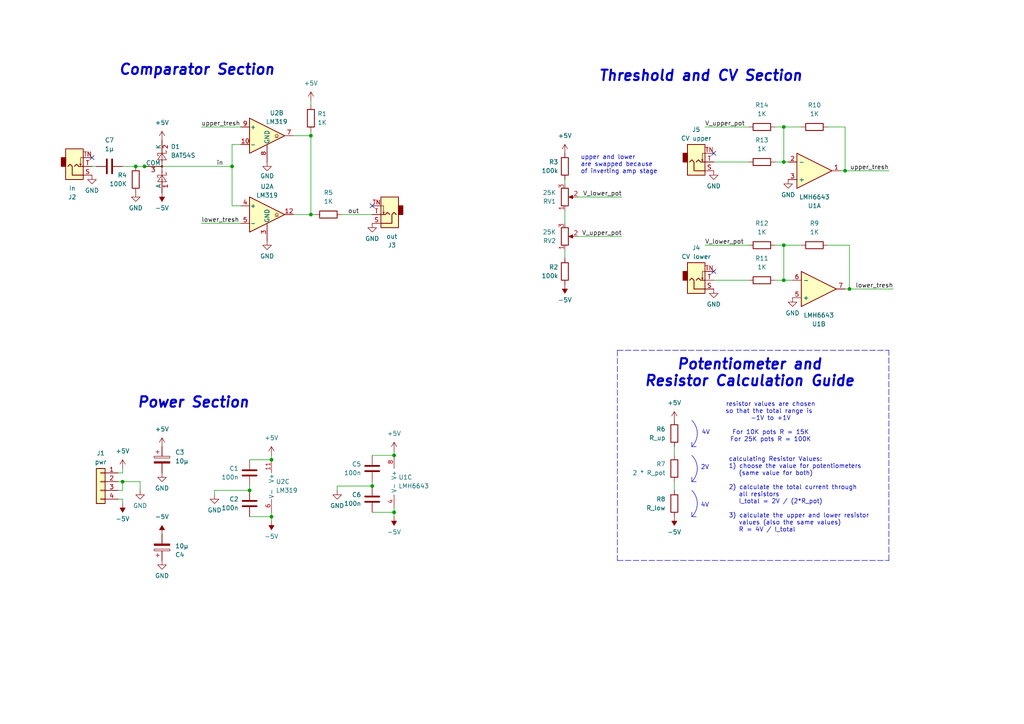
<source format=kicad_sch>
(kicad_sch (version 20250114) (generator "eeschema") (generator_version "9.0")
  (paper "A4")
  (lib_symbols
    (symbol "Comparator:LM319" (pin_names (offset 0.127))
      (property "Reference" "U" (at 0 6.35 0))
      (property "Value" "LM319" (at 0 3.81 0))
      (symbol "LM319_1_1"
        (polyline (pts (xy -5.08 5.08) (xy 5.08 0) (xy -5.08 -5.08) (xy -5.08 5.08) (xy -5.08 5.08)) (stroke (width 0.254)) (fill (type background)))
        (polyline (pts (xy 2.286 -0.508) (xy 2.794 -0.508) (xy 2.286 0) (xy 2.794 0.508) (xy 3.302 0) (xy 2.794 -0.508) (xy 3.302 -0.508)) (stroke (width 0.127)))
        (pin input line (at -7.62 2.54 0) (length 2.54) (name "+") (number "4"))
        (pin input line (at -7.62 -2.54 0) (length 2.54) (name "-") (number "5"))
        (pin no_connect line (at 0 2.54 270) (length 2.54) (hide yes) (name "NC") (number "2"))
        (pin no_connect line (at 0 -2.54 90) (length 2.54) (hide yes) (name "NC") (number "1"))
        (pin passive line (at 0 -7.62 90) (length 5.08) (name "GND") (number "3"))
        (pin open_collector line (at 7.62 0 180) (length 2.54) (name "~") (number "12"))
      )
      (symbol "LM319_2_1"
        (polyline (pts (xy -5.08 5.08) (xy 5.08 0) (xy -5.08 -5.08) (xy -5.08 5.08) (xy -5.08 5.08)) (stroke (width 0.254)) (fill (type background)))
        (polyline (pts (xy 3.302 -0.508) (xy 2.794 -0.508) (xy 3.302 0) (xy 2.794 0.508) (xy 2.286 0) (xy 2.794 -0.508) (xy 2.286 -0.508)) (stroke (width 0.127)))
        (pin input line (at -7.62 2.54 0) (length 2.54) (name "+") (number "9"))
        (pin input line (at -7.62 -2.54 0) (length 2.54) (name "-") (number "10"))
        (pin no_connect line (at 0 2.54 270) (length 2.54) (hide yes) (name "NC") (number "14"))
        (pin no_connect line (at 0 -2.54 90) (length 2.54) (hide yes) (name "NC") (number "13"))
        (pin passive line (at 0 -7.62 90) (length 5.08) (name "GND") (number "8"))
        (pin open_collector line (at 7.62 0 180) (length 2.54) (name "~") (number "7"))
      )
      (symbol "LM319_3_1"
        (pin power_in line (at -2.54 7.62 270) (length 3.81) (name "V+") (number "11"))
        (pin power_in line (at -2.54 -7.62 90) (length 3.81) (name "V-") (number "6"))
      )
    )
    (symbol "Connector_Audio:AudioJack2_SwitchT"
      (property "Reference" "J" (at 0 8.89 0))
      (property "Value" "AudioJack2_SwitchT" (at 0 6.35 0))
      (symbol "AudioJack2_SwitchT_0_1"
        (rectangle (start -2.54 0) (end -3.81 -2.54) (stroke (width 0.254)) (fill (type outline)))
        (polyline (pts (xy 0 0) (xy 0.635 -0.635) (xy 1.27 0) (xy 2.54 0)) (stroke (width 0.254)))
        (polyline (pts (xy 1.778 -0.254) (xy 2.032 -0.762)))
        (rectangle (start 2.54 3.81) (end -2.54 -5.08) (stroke (width 0.254)) (fill (type background)))
        (polyline (pts (xy 2.54 2.54) (xy -0.635 2.54) (xy -0.635 0) (xy -1.27 -0.635) (xy -1.905 0)) (stroke (width 0.254)))
        (polyline (pts (xy 2.54 -2.54) (xy 1.778 -2.54) (xy 1.778 -0.254) (xy 1.524 -0.762)))
      )
      (symbol "AudioJack2_SwitchT_1_1"
        (pin passive line (at 5.08 2.54 180) (length 2.54) (name "~") (number "S"))
        (pin passive line (at 5.08 0 180) (length 2.54) (name "~") (number "T"))
        (pin passive line (at 5.08 -2.54 180) (length 2.54) (name "~") (number "TN"))
      )
    )
    (symbol "Connector_Generic:Conn_01x04" (pin_names (offset 1.016) (hide yes))
      (property "Reference" "J" (at 0 5.08 0))
      (property "Value" "Conn_01x04" (at 0 -7.62 0))
      (symbol "Conn_01x04_1_1"
        (rectangle (start -1.27 3.81) (end 1.27 -6.35) (stroke (width 0.254)) (fill (type background)))
        (rectangle (start -1.27 2.667) (end 0 2.413) (stroke (width 0.1524)))
        (rectangle (start -1.27 0.127) (end 0 -0.127) (stroke (width 0.1524)))
        (rectangle (start -1.27 -2.413) (end 0 -2.667) (stroke (width 0.1524)))
        (rectangle (start -1.27 -4.953) (end 0 -5.207) (stroke (width 0.1524)))
        (pin passive line (at -5.08 2.54 0) (length 3.81) (name "Pin_1") (number "1"))
        (pin passive line (at -5.08 0 0) (length 3.81) (name "Pin_2") (number "2"))
        (pin passive line (at -5.08 -2.54 0) (length 3.81) (name "Pin_3") (number "3"))
        (pin passive line (at -5.08 -5.08 0) (length 3.81) (name "Pin_4") (number "4"))
      )
    )
    (symbol "Device:C" (pin_numbers (hide yes)) (pin_names (offset 0.254))
      (property "Reference" "C" (at 0.635 2.54 0))
      (property "Value" "C" (at 0.635 -2.54 0))
      (symbol "C_0_1"
        (polyline (pts (xy -2.032 0.762) (xy 2.032 0.762)) (stroke (width 0.508)))
        (polyline (pts (xy -2.032 -0.762) (xy 2.032 -0.762)) (stroke (width 0.508)))
      )
      (symbol "C_1_1"
        (pin passive line (at 0 3.81 270) (length 2.794) (name "~") (number "1"))
        (pin passive line (at 0 -3.81 90) (length 2.794) (name "~") (number "2"))
      )
    )
    (symbol "Device:C_Polarized" (pin_numbers (hide yes)) (pin_names (offset 0.254))
      (property "Reference" "C" (at 0.635 2.54 0))
      (property "Value" "C_Polarized" (at 0.635 -2.54 0))
      (symbol "C_Polarized_0_1"
        (rectangle (start -2.286 0.508) (end 2.286 1.016))
        (polyline (pts (xy -1.778 2.286) (xy -0.762 2.286)))
        (polyline (pts (xy -1.27 2.794) (xy -1.27 1.778)))
        (rectangle (start 2.286 -0.508) (end -2.286 -1.016) (fill (type outline)))
      )
      (symbol "C_Polarized_1_1"
        (pin passive line (at 0 3.81 270) (length 2.794) (name "~") (number "1"))
        (pin passive line (at 0 -3.81 90) (length 2.794) (name "~") (number "2"))
      )
    )
    (symbol "Device:Opamp_Dual"
      (property "Reference" "U" (at 0 5.08 0))
      (property "Value" "Opamp_Dual" (at 0 -5.08 0))
      (symbol "Opamp_Dual_1_1"
        (polyline (pts (xy -5.08 5.08) (xy 5.08 0) (xy -5.08 -5.08) (xy -5.08 5.08)) (stroke (width 0.254)) (fill (type background)))
        (pin input line (at -7.62 2.54 0) (length 2.54) (name "+") (number "3"))
        (pin input line (at -7.62 -2.54 0) (length 2.54) (name "-") (number "2"))
        (pin output line (at 7.62 0 180) (length 2.54) (name "~") (number "1"))
      )
      (symbol "Opamp_Dual_2_1"
        (polyline (pts (xy -5.08 5.08) (xy 5.08 0) (xy -5.08 -5.08) (xy -5.08 5.08)) (stroke (width 0.254)) (fill (type background)))
        (pin input line (at -7.62 2.54 0) (length 2.54) (name "+") (number "5"))
        (pin input line (at -7.62 -2.54 0) (length 2.54) (name "-") (number "6"))
        (pin output line (at 7.62 0 180) (length 2.54) (name "~") (number "7"))
      )
      (symbol "Opamp_Dual_3_1"
        (pin power_in line (at -2.54 7.62 270) (length 3.81) (name "V+") (number "8"))
        (pin power_in line (at -2.54 -7.62 90) (length 3.81) (name "V-") (number "4"))
      )
    )
    (symbol "Device:R" (pin_numbers (hide yes)) (pin_names (offset 0))
      (property "Reference" "R" (at 2.032 0 90))
      (property "Value" "R" (at 0 0 90))
      (symbol "R_0_1"
        (rectangle (start -1.016 -2.54) (end 1.016 2.54) (stroke (width 0.254)))
      )
      (symbol "R_1_1"
        (pin passive line (at 0 3.81 270) (length 1.27) (name "~") (number "1"))
        (pin passive line (at 0 -3.81 90) (length 1.27) (name "~") (number "2"))
      )
    )
    (symbol "Device:R_Potentiometer" (pin_names (offset 1.016) (hide yes))
      (property "Reference" "RV" (at -4.445 0 90))
      (property "Value" "R_Potentiometer" (at -2.54 0 90))
      (symbol "R_Potentiometer_0_1"
        (rectangle (start 1.016 2.54) (end -1.016 -2.54) (stroke (width 0.254)))
        (polyline (pts (xy 1.143 0) (xy 2.286 0.508) (xy 2.286 -0.508) (xy 1.143 0)) (fill (type outline)))
        (polyline (pts (xy 2.54 0) (xy 1.524 0)))
      )
      (symbol "R_Potentiometer_1_1"
        (pin passive line (at 0 3.81 270) (length 1.27) (name "1") (number "1"))
        (pin passive line (at 0 -3.81 90) (length 1.27) (name "3") (number "3"))
        (pin passive line (at 3.81 0 180) (length 1.27) (name "2") (number "2"))
      )
    )
    (symbol "Diode:BAT54S" (pin_names (offset 0))
      (property "Reference" "D" (at 2.54 -5.08 0))
      (property "Value" "BAT54S" (at -6.35 3.175 0))
      (symbol "BAT54S_0_1"
        (polyline (pts (xy -4.445 1.27) (xy -4.445 -1.27) (xy -2.54 0) (xy -4.445 1.27)))
        (polyline (pts (xy -3.81 0) (xy -1.27 0)))
        (polyline (pts (xy -3.175 -1.27) (xy -3.175 -1.016)))
        (polyline (pts (xy -2.54 1.27) (xy -1.905 1.27)))
        (polyline (pts (xy -2.54 -1.27) (xy -3.175 -1.27)))
        (polyline (pts (xy -2.54 -1.27) (xy -2.54 1.27)))
        (polyline (pts (xy -1.905 1.27) (xy -1.905 1.016)))
        (polyline (pts (xy -1.905 0) (xy 1.905 0)))
        (circle (center 0 0) (radius 0.254) (fill (type outline)))
        (polyline (pts (xy 1.27 0) (xy 3.81 0)))
        (polyline (pts (xy 1.905 1.27) (xy 1.905 -1.27) (xy 3.81 0) (xy 1.905 1.27)))
        (polyline (pts (xy 3.175 -1.27) (xy 3.175 -1.016)))
        (polyline (pts (xy 3.81 1.27) (xy 4.445 1.27)))
        (polyline (pts (xy 3.81 -1.27) (xy 3.175 -1.27)))
        (polyline (pts (xy 3.81 -1.27) (xy 3.81 1.27)))
        (polyline (pts (xy 4.445 1.27) (xy 4.445 1.016)))
      )
      (symbol "BAT54S_1_1"
        (pin passive line (at -7.62 0 0) (length 3.81) (name "A") (number "1"))
        (pin passive line (at 0 -5.08 90) (length 5.08) (name "COM") (number "3"))
        (pin passive line (at 7.62 0 180) (length 3.81) (name "K") (number "2"))
      )
    )
    (symbol "power:+5V" (power) (pin_names (offset 0))
      (property "Value" "+5V" (at 0 3.556 0))
      (symbol "+5V_0_1"
        (polyline (pts (xy -0.762 1.27) (xy 0 2.54)))
        (polyline (pts (xy 0 2.54) (xy 0.762 1.27)))
        (polyline (pts (xy 0 0) (xy 0 2.54)))
      )
      (symbol "+5V_1_1"
        (pin power_in line (at 0 0 90) (length 0) (hide yes) (name "+5V") (number "1"))
      )
    )
    (symbol "power:-5V" (power) (pin_names (offset 0))
      (property "Value" "-5V" (at 0 3.81 0))
      (symbol "-5V_0_0"
        (pin power_in line (at 0 0 90) (length 0) (hide yes) (name "-5V") (number "1"))
      )
      (symbol "-5V_0_1"
        (polyline (pts (xy 0 0) (xy 0 1.27) (xy 0.762 1.27) (xy 0 2.54) (xy -0.762 1.27) (xy 0 1.27)) (fill (type outline)))
      )
    )
    (symbol "power:GND" (power) (pin_names (offset 0))
      (property "Value" "GND" (at 0 -3.81 0))
      (symbol "GND_0_1"
        (polyline (pts (xy 0 0) (xy 0 -1.27) (xy 1.27 -1.27) (xy 0 -2.54) (xy -1.27 -1.27) (xy 0 -1.27)))
      )
      (symbol "GND_1_1"
        (pin power_in line (at 0 0 270) (length 0) (hide yes) (name "GND") (number "1"))
      )
    )
  )
  (arc (start 200.66 142.24) (mid 202.2382 146.05) (end 200.66 149.86))
  (arc (start 200.66 132.08) (mid 202.2382 135.89) (end 200.66 139.7))
  (arc (start 200.66 121.92) (mid 202.2382 125.73) (end 200.66 129.54))
  (text "2V" (at 204.47 135.636 0) (effects (font (size 1.27 1.27))))
  (text "calculating Resistor Values:\n1) choose the value for potentiometers \n   (same value for both)\n\n2) calculate the total current through \n   all resistors\n   I_total = 2V / (2*R_pot)\n\n3) calculate the upper and lower resistor \n   values (also the same values)\n   R = 4V / I_total" (at 211.328 143.51 0) (effects (font (size 1.27 1.27)) (justify left)))
  (text "Threshold and CV Section" (at 173.482 22.098 0) (effects (font (size 3 3) (thickness 0.6) (bold yes) (italic yes)) (justify left)))
  (text "4V" (at 204.724 125.476 0) (effects (font (size 1.27 1.27))))
  (text "Power Section" (at 39.624 116.84 0) (effects (font (size 3 3) (thickness 0.6) (bold yes) (italic yes)) (justify left)))
  (text "resistor values are chosen\nso that the total range is \n-1V to +1V\n\nFor 10K pots R = 15K\nFor 25K pots R = 100K" (at 223.52 122.428 0) (effects (font (size 1.27 1.27))))
  (text "Potentiometer and\nResistor Calculation Guide" (at 217.424 108.204 0) (effects (font (size 3 3) (thickness 0.6) (bold yes) (italic yes))))
  (text "Comparator Section" (at 34.29 20.32 0) (effects (font (size 3 3) (thickness 0.6) (bold yes) (italic yes)) (justify left)))
  (text "4V" (at 204.47 146.558 0) (effects (font (size 1.27 1.27))))
  (text "upper and lower\nare swapped because\nof inverting amp stage" (at 168.402 47.752 0) (effects (font (size 1.27 1.27) (thickness 0.1588)) (justify left)))
  (junction (at 227.33 71.12))
  (junction (at 114.3 132.08))
  (junction (at 35.56 139.7))
  (junction (at 114.3 148.59))
  (junction (at 107.95 140.97))
  (junction (at 78.74 133.35))
  (junction (at 39.37 48.26))
  (junction (at 67.31 48.26))
  (junction (at 72.39 142.24))
  (junction (at 246.38 83.82))
  (junction (at 41.91 48.26))
  (junction (at 227.33 81.28))
  (junction (at 90.17 62.23))
  (junction (at 245.11 49.53))
  (junction (at 78.74 149.86))
  (junction (at 227.33 46.99))
  (junction (at 227.33 36.83))
  (junction (at 90.17 39.37))
  (no_connect (at 207.01 78.74))
  (no_connect (at 107.95 59.69))
  (no_connect (at 207.01 44.45))
  (no_connect (at 26.67 45.72))
  (wire (pts (xy 107.95 148.59) (xy 114.3 148.59)))
  (wire (pts (xy 90.17 29.21) (xy 90.17 30.48)))
  (wire (pts (xy 39.37 48.26) (xy 41.91 48.26)))
  (wire (pts (xy 167.64 68.58) (xy 180.34 68.58)))
  (wire (pts (xy 245.11 83.82) (xy 246.38 83.82)))
  (wire (pts (xy 78.74 151.13) (xy 78.74 149.86)))
  (wire (pts (xy 227.33 71.12) (xy 232.41 71.12)))
  (wire (pts (xy 26.67 48.26) (xy 27.94 48.26)))
  (wire (pts (xy 97.79 140.97) (xy 97.79 142.24)))
  (wire (pts (xy 78.74 149.86) (xy 78.74 148.59)))
  (wire (pts (xy 78.74 132.08) (xy 78.74 133.35)))
  (wire (pts (xy 90.17 39.37) (xy 90.17 62.23)))
  (polyline (pts (xy 257.81 162.56) (xy 257.81 101.6)) (stroke (width 0) (type dash)))
  (wire (pts (xy 114.3 149.86) (xy 114.3 148.59)))
  (wire (pts (xy 67.31 48.26) (xy 67.31 41.91)))
  (wire (pts (xy 35.56 135.89) (xy 35.56 137.16)))
  (wire (pts (xy 224.79 81.28) (xy 227.33 81.28)))
  (wire (pts (xy 107.95 140.97) (xy 97.79 140.97)))
  (wire (pts (xy 217.17 36.83) (xy 204.47 36.83)))
  (wire (pts (xy 227.33 36.83) (xy 227.33 46.99)))
  (polyline (pts (xy 200.66 138.43) (xy 200.66 139.7)))
  (wire (pts (xy 35.56 137.16) (xy 34.29 137.16)))
  (wire (pts (xy 58.42 36.83) (xy 69.85 36.83)))
  (wire (pts (xy 224.79 46.99) (xy 227.33 46.99)))
  (wire (pts (xy 90.17 39.37) (xy 85.09 39.37)))
  (wire (pts (xy 34.29 142.24) (xy 35.56 142.24)))
  (wire (pts (xy 41.91 48.26) (xy 67.31 48.26)))
  (wire (pts (xy 245.11 36.83) (xy 245.11 49.53)))
  (wire (pts (xy 163.83 52.07) (xy 163.83 53.34)))
  (wire (pts (xy 195.58 129.54) (xy 195.58 132.08)))
  (polyline (pts (xy 200.66 128.27) (xy 200.66 129.54)))
  (wire (pts (xy 58.42 64.77) (xy 69.85 64.77)))
  (wire (pts (xy 72.39 142.24) (xy 62.23 142.24)))
  (wire (pts (xy 227.33 81.28) (xy 229.87 81.28)))
  (polyline (pts (xy 200.66 139.7) (xy 201.93 139.7)))
  (polyline (pts (xy 179.07 101.6) (xy 179.07 162.56)) (stroke (width 0) (type dash)))
  (wire (pts (xy 35.56 139.7) (xy 34.29 139.7)))
  (wire (pts (xy 195.58 139.7) (xy 195.58 142.24)))
  (wire (pts (xy 114.3 148.59) (xy 114.3 147.32)))
  (wire (pts (xy 207.01 46.99) (xy 217.17 46.99)))
  (polyline (pts (xy 200.66 129.54) (xy 201.93 129.54)))
  (wire (pts (xy 246.38 83.82) (xy 259.08 83.82)))
  (wire (pts (xy 35.56 146.05) (xy 35.56 144.78)))
  (wire (pts (xy 227.33 71.12) (xy 224.79 71.12)))
  (wire (pts (xy 40.64 142.24) (xy 40.64 139.7)))
  (wire (pts (xy 69.85 59.69) (xy 67.31 59.69)))
  (wire (pts (xy 67.31 48.26) (xy 67.31 59.69)))
  (wire (pts (xy 257.81 49.53) (xy 245.11 49.53)))
  (wire (pts (xy 62.23 142.24) (xy 62.23 143.51)))
  (wire (pts (xy 72.39 140.97) (xy 72.39 142.24)))
  (wire (pts (xy 245.11 49.53) (xy 243.84 49.53)))
  (wire (pts (xy 227.33 36.83) (xy 232.41 36.83)))
  (wire (pts (xy 85.09 62.23) (xy 90.17 62.23)))
  (wire (pts (xy 217.17 71.12) (xy 204.47 71.12)))
  (polyline (pts (xy 200.66 149.86) (xy 201.93 149.86)))
  (wire (pts (xy 40.64 139.7) (xy 35.56 139.7)))
  (wire (pts (xy 246.38 71.12) (xy 240.03 71.12)))
  (wire (pts (xy 207.01 81.28) (xy 217.17 81.28)))
  (wire (pts (xy 35.56 144.78) (xy 34.29 144.78)))
  (wire (pts (xy 227.33 46.99) (xy 228.6 46.99)))
  (wire (pts (xy 240.03 36.83) (xy 245.11 36.83)))
  (wire (pts (xy 227.33 36.83) (xy 224.79 36.83)))
  (wire (pts (xy 72.39 133.35) (xy 78.74 133.35)))
  (wire (pts (xy 107.95 132.08) (xy 114.3 132.08)))
  (wire (pts (xy 167.64 57.15) (xy 180.34 57.15)))
  (wire (pts (xy 107.95 139.7) (xy 107.95 140.97)))
  (polyline (pts (xy 179.07 162.56) (xy 257.81 162.56)) (stroke (width 0) (type dash)))
  (wire (pts (xy 163.83 72.39) (xy 163.83 74.93)))
  (wire (pts (xy 67.31 41.91) (xy 69.85 41.91)))
  (wire (pts (xy 90.17 62.23) (xy 91.44 62.23)))
  (wire (pts (xy 99.06 62.23) (xy 107.95 62.23)))
  (wire (pts (xy 246.38 83.82) (xy 246.38 71.12)))
  (wire (pts (xy 163.83 60.96) (xy 163.83 64.77)))
  (wire (pts (xy 114.3 130.81) (xy 114.3 132.08)))
  (wire (pts (xy 72.39 149.86) (xy 78.74 149.86)))
  (wire (pts (xy 227.33 81.28) (xy 227.33 71.12)))
  (wire (pts (xy 35.56 48.26) (xy 39.37 48.26)))
  (polyline (pts (xy 200.66 148.59) (xy 200.66 149.86)))
  (wire (pts (xy 90.17 38.1) (xy 90.17 39.37)))
  (wire (pts (xy 35.56 142.24) (xy 35.56 139.7)))
  (polyline (pts (xy 179.07 101.6) (xy 257.81 101.6)) (stroke (width 0) (type dash)))
  (label "upper_tresh" (at 257.81 49.53 180))
  (label "V_lower_pot" (at 204.47 71.12 0))
  (label "V_upper_pot" (at 204.47 36.83 0))
  (label "in" (at 64.77 48.26 180))
  (label "V_lower_pot" (at 180.34 57.15 180))
  (label "out" (at 104.14 62.23 180))
  (label "lower_tresh" (at 259.08 83.82 180))
  (label "V_upper_pot" (at 180.34 68.58 180))
  (label "upper_tresh" (at 58.42 36.83 0))
  (label "lower_tresh" (at 58.42 64.77 0))
  (symbol (lib_id "power:-5V") (at 46.99 55.88 180) (unit 1)
    (property "Reference" "#PWR015" (effects (hide yes)))
    (property "Value" "-5V" (at 46.99 60.325 0))
  )
  (symbol (lib_id "power:GND") (at 77.47 46.99 0) (unit 1)
    (property "Reference" "#PWR012" (effects (hide yes)))
    (property "Value" "GND" (at 77.47 51.054 0))
  )
  (symbol (lib_id "power:GND") (at 207.01 83.82 0) (unit 1)
    (property "Reference" "#PWR025" (effects (hide yes)))
    (property "Value" "GND" (at 207.01 88.265 0))
  )
  (symbol (lib_id "Connector_Audio:AudioJack2_SwitchT") (at 201.93 46.99 0) (mirror x) (unit 1)
    (property "Reference" "J5" (at 201.93 37.592 0))
    (property "Value" "CV upper" (at 201.93 40.132 0))
    (property "Footprint" "Connector_Audio:Jack_3.5mm_QingPu_WQP-PJ398SM_Vertical_CircularHoles" (effects (hide yes)))
  )
  (symbol (lib_id "power:GND") (at 97.79 142.24 0) (unit 1)
    (property "Reference" "#PWR020" (effects (hide yes)))
    (property "Value" "GND" (at 97.79 146.685 0))
  )
  (symbol (lib_id "Device:R") (at 236.22 71.12 90) (unit 1)
    (property "Reference" "R9" (at 236.22 64.77 90))
    (property "Value" "1K" (at 236.22 67.31 90))
    (property "Footprint" "Allgemein:R_0805" (effects (hide yes)))
    (property "Description" "Resistor" (effects (hide yes)))
  )
  (symbol (lib_id "power:-5V") (at 35.56 146.05 180) (unit 1)
    (property "Reference" "#PWR04" (effects (hide yes)))
    (property "Value" "-5V" (at 35.56 150.495 0))
  )
  (symbol (lib_id "Device:R") (at 220.98 71.12 90) (unit 1)
    (property "Reference" "R12" (at 220.98 64.77 90))
    (property "Value" "1K" (at 220.98 67.31 90))
    (property "Footprint" "Allgemein:R_0805" (effects (hide yes)))
    (property "Description" "Resistor" (effects (hide yes)))
  )
  (symbol (lib_id "power:+5V") (at 163.83 44.45 0) (unit 1)
    (property "Reference" "#PWR010" (effects (hide yes)))
    (property "Value" "+5V" (at 163.83 39.37 0))
  )
  (symbol (lib_id "Device:R") (at 195.58 146.05 0) (mirror y) (unit 1) (in_bom no) (on_board no)
    (property "Reference" "R8" (at 193.04 144.7799 0) (effects (justify left)))
    (property "Value" "R_low" (at 193.04 147.3199 0) (effects (justify left)))
    (property "Description" "Resistor" (effects (hide yes)))
  )
  (symbol (lib_id "power:+5V") (at 46.99 40.64 0) (unit 1)
    (property "Reference" "#PWR014" (effects (hide yes)))
    (property "Value" "+5V" (at 46.99 35.56 0))
  )
  (symbol (lib_id "Device:Opamp_Dual") (at 116.84 139.7 0) (unit 3)
    (property "Reference" "U1" (at 115.57 138.4299 0) (effects (justify left)))
    (property "Value" "LMH6643" (at 115.57 140.9699 0) (effects (justify left)))
    (property "Footprint" "Allgemein:SOIC-8_no_mark" (effects (hide yes)))
    (property "Description" "Dual operational amplifier" (effects (hide yes)))
    (property "Sim.Library" "${KICAD7_SYMBOL_DIR}/Simulation_SPICE.sp" (effects (hide yes)))
    (property "Sim.Name" "kicad_builtin_opamp_dual" (effects (hide yes)))
    (property "Sim.Device" "SUBCKT" (effects (hide yes)))
    (property "Sim.Pins" "1=out1 2=in1- 3=in1+ 4=vee 5=in2+ 6=in2- 7=out2 8=vcc" (effects (hide yes)))
  )
  (symbol (lib_id "power:-5V") (at 46.99 154.94 0) (unit 1)
    (property "Reference" "#PWR019" (effects (hide yes)))
    (property "Value" "-5V" (at 46.99 149.86 0))
  )
  (symbol (lib_id "Device:C") (at 72.39 146.05 0) (unit 1)
    (property "Reference" "C2" (at 69.215 144.78 0) (effects (justify right)))
    (property "Value" "100n" (at 69.215 147.32 0) (effects (justify right)))
    (property "Footprint" "Allgemein:C_0805" (effects (hide yes)))
  )
  (symbol (lib_id "power:+5V") (at 114.3 130.81 0) (unit 1)
    (property "Reference" "#PWR021" (effects (hide yes)))
    (property "Value" "+5V" (at 114.3 125.73 0))
  )
  (symbol (lib_id "Device:R_Potentiometer") (at 163.83 57.15 0) (mirror x) (unit 1)
    (property "Reference" "RV1" (at 161.29 58.42 0) (effects (justify right)))
    (property "Value" "25K" (at 161.29 55.88 0) (effects (justify right)))
    (property "Footprint" "Allgemein:poti_stehend" (effects (hide yes)))
  )
  (symbol (lib_id "Device:R") (at 220.98 81.28 90) (unit 1)
    (property "Reference" "R11" (at 220.98 74.93 90))
    (property "Value" "1K" (at 220.98 77.47 90))
    (property "Footprint" "Allgemein:R_0805" (effects (hide yes)))
    (property "Description" "Resistor" (effects (hide yes)))
  )
  (symbol (lib_id "Comparator:LM319") (at 77.47 62.23 0) (unit 1)
    (property "Reference" "U2" (at 77.47 54.102 0))
    (property "Value" "LM319" (at 77.47 56.642 0))
    (property "Footprint" "Package_SO:SOIC-14_3.9x8.7mm_P1.27mm" (effects (hide yes)))
    (property "Datasheet" "http://www.ti.com/lit/ds/symlink/lm319-n.pdf" (effects (hide yes)))
    (property "Description" "High Speed Dual Comparator, DIP-14/SOIC-14" (effects (hide yes)))
  )
  (symbol (lib_id "Connector_Audio:AudioJack2_SwitchT") (at 201.93 81.28 0) (mirror x) (unit 1)
    (property "Reference" "J4" (at 201.93 71.882 0))
    (property "Value" "CV lower" (at 201.93 74.422 0))
    (property "Footprint" "Connector_Audio:Jack_3.5mm_QingPu_WQP-PJ398SM_Vertical_CircularHoles" (effects (hide yes)))
  )
  (symbol (lib_id "Device:R") (at 195.58 125.73 0) (mirror y) (unit 1) (in_bom no) (on_board no)
    (property "Reference" "R6" (at 193.04 124.4599 0) (effects (justify left)))
    (property "Value" "R_up" (at 193.04 126.9999 0) (effects (justify left)))
    (property "Description" "Resistor" (effects (hide yes)))
  )
  (symbol (lib_id "Device:C_Polarized") (at 46.99 158.75 0) (mirror x) (unit 1)
    (property "Reference" "C4" (at 50.8 160.9091 0) (effects (justify left)))
    (property "Value" "10µ" (at 50.8 158.3691 0) (effects (justify left)))
    (property "Footprint" "Allgemein:CP_Elec_6.3x5.3" (effects (hide yes)))
    (property "Description" "Polarized capacitor" (effects (hide yes)))
  )
  (symbol (lib_id "Comparator:LM319") (at 77.47 39.37 0) (unit 2)
    (property "Reference" "U2" (at 80.264 32.766 0))
    (property "Value" "LM319" (at 80.264 35.306 0))
    (property "Footprint" "Package_SO:SOIC-14_3.9x8.7mm_P1.27mm" (effects (hide yes)))
    (property "Datasheet" "http://www.ti.com/lit/ds/symlink/lm319-n.pdf" (effects (hide yes)))
    (property "Description" "High Speed Dual Comparator, DIP-14/SOIC-14" (effects (hide yes)))
  )
  (symbol (lib_id "power:+5V") (at 90.17 29.21 0) (unit 1)
    (property "Reference" "#PWR01" (effects (hide yes)))
    (property "Value" "+5V" (at 90.17 24.13 0))
  )
  (symbol (lib_id "Comparator:LM319") (at 81.28 140.97 0) (unit 3)
    (property "Reference" "U2" (at 80.01 139.6999 0) (effects (justify left)))
    (property "Value" "LM319" (at 80.01 142.2399 0) (effects (justify left)))
    (property "Footprint" "Package_SO:SOIC-14_3.9x8.7mm_P1.27mm" (effects (hide yes)))
    (property "Datasheet" "http://www.ti.com/lit/ds/symlink/lm319-n.pdf" (effects (hide yes)))
    (property "Description" "High Speed Dual Comparator, DIP-14/SOIC-14" (effects (hide yes)))
  )
  (symbol (lib_id "power:+5V") (at 195.58 121.92 0) (unit 1)
    (property "Reference" "#PWR024" (effects (hide yes)))
    (property "Value" "+5V" (at 195.58 116.84 0))
  )
  (symbol (lib_id "power:+5V") (at 78.74 132.08 0) (unit 1)
    (property "Reference" "#PWR05" (effects (hide yes)))
    (property "Value" "+5V" (at 78.74 127 0))
  )
  (symbol (lib_id "power:+5V") (at 35.56 135.89 0) (unit 1)
    (property "Reference" "#PWR02" (effects (hide yes)))
    (property "Value" "+5V" (at 35.56 130.81 0))
  )
  (symbol (lib_id "Device:C_Polarized") (at 46.99 133.35 0) (unit 1)
    (property "Reference" "C3" (at 50.8 131.1909 0) (effects (justify left)))
    (property "Value" "10µ" (at 50.8 133.7309 0) (effects (justify left)))
    (property "Footprint" "Allgemein:CP_Elec_6.3x5.3" (effects (hide yes)))
    (property "Description" "Polarized capacitor" (effects (hide yes)))
  )
  (symbol (lib_id "power:GND") (at 40.64 142.24 0) (unit 1)
    (property "Reference" "#PWR03" (effects (hide yes)))
    (property "Value" "GND" (at 40.64 146.685 0))
  )
  (symbol (lib_id "power:-5V") (at 163.83 82.55 180) (unit 1)
    (property "Reference" "#PWR011" (effects (hide yes)))
    (property "Value" "-5V" (at 163.83 86.995 0))
  )
  (symbol (lib_id "power:GND") (at 229.87 86.36 0) (unit 1)
    (property "Reference" "#PWR027" (effects (hide yes)))
    (property "Value" "GND" (at 229.87 90.805 0))
  )
  (symbol (lib_id "Device:R_Potentiometer") (at 163.83 68.58 0) (mirror x) (unit 1)
    (property "Reference" "RV2" (at 161.29 69.85 0) (effects (justify right)))
    (property "Value" "25K" (at 161.29 67.31 0) (effects (justify right)))
    (property "Footprint" "Allgemein:poti_stehend" (effects (hide yes)))
  )
  (symbol (lib_id "Device:Opamp_Dual") (at 237.49 83.82 0) (mirror x) (unit 2)
    (property "Reference" "U1" (at 237.49 93.98 0))
    (property "Value" "LMH6643" (at 237.49 91.44 0))
    (property "Footprint" "Allgemein:SOIC-8_no_mark" (effects (hide yes)))
    (property "Description" "Dual operational amplifier" (effects (hide yes)))
    (property "Sim.Library" "${KICAD7_SYMBOL_DIR}/Simulation_SPICE.sp" (effects (hide yes)))
    (property "Sim.Name" "kicad_builtin_opamp_dual" (effects (hide yes)))
    (property "Sim.Device" "SUBCKT" (effects (hide yes)))
    (property "Sim.Pins" "1=out1 2=in1- 3=in1+ 4=vee 5=in2+ 6=in2- 7=out2 8=vcc" (effects (hide yes)))
  )
  (symbol (lib_id "Device:R") (at 163.83 48.26 0) (mirror y) (unit 1)
    (property "Reference" "R3" (at 161.925 46.99 0) (effects (justify left)))
    (property "Value" "100k" (at 161.925 49.53 0) (effects (justify left)))
    (property "Footprint" "Allgemein:R_0805" (effects (hide yes)))
  )
  (symbol (lib_id "Device:R") (at 220.98 36.83 90) (unit 1)
    (property "Reference" "R14" (at 220.98 30.48 90))
    (property "Value" "1K" (at 220.98 33.02 90))
    (property "Footprint" "Allgemein:R_0805" (effects (hide yes)))
    (property "Description" "Resistor" (effects (hide yes)))
  )
  (symbol (lib_id "power:GND") (at 39.37 55.88 0) (unit 1)
    (property "Reference" "#PWR029" (effects (hide yes)))
    (property "Value" "GND" (at 39.37 60.325 0))
  )
  (symbol (lib_id "power:GND") (at 46.99 137.16 0) (unit 1)
    (property "Reference" "#PWR016" (effects (hide yes)))
    (property "Value" "GND" (at 46.99 141.605 0))
  )
  (symbol (lib_id "Device:C") (at 107.95 135.89 0) (unit 1)
    (property "Reference" "C5" (at 104.775 134.62 0) (effects (justify right)))
    (property "Value" "100n" (at 104.775 137.16 0) (effects (justify right)))
    (property "Footprint" "Allgemein:C_0805" (effects (hide yes)))
  )
  (symbol (lib_id "power:+5V") (at 46.99 129.54 0) (unit 1)
    (property "Reference" "#PWR017" (effects (hide yes)))
    (property "Value" "+5V" (at 46.99 124.46 0))
  )
  (symbol (lib_id "Device:C") (at 107.95 144.78 0) (unit 1)
    (property "Reference" "C6" (at 104.775 143.51 0) (effects (justify right)))
    (property "Value" "100n" (at 104.775 146.05 0) (effects (justify right)))
    (property "Footprint" "Allgemein:C_0805" (effects (hide yes)))
  )
  (symbol (lib_id "power:-5V") (at 195.58 149.86 180) (unit 1)
    (property "Reference" "#PWR023" (effects (hide yes)))
    (property "Value" "-5V" (at 195.58 154.305 0))
  )
  (symbol (lib_id "Device:R") (at 90.17 34.29 0) (unit 1)
    (property "Reference" "R1" (at 92.075 33.02 0) (effects (justify left)))
    (property "Value" "1K" (at 92.075 35.56 0) (effects (justify left)))
    (property "Footprint" "Allgemein:R_0805" (effects (hide yes)))
  )
  (symbol (lib_id "Device:R") (at 236.22 36.83 90) (unit 1)
    (property "Reference" "R10" (at 236.22 30.48 90))
    (property "Value" "1K" (at 236.22 33.02 90))
    (property "Footprint" "Allgemein:R_0805" (effects (hide yes)))
    (property "Description" "Resistor" (effects (hide yes)))
  )
  (symbol (lib_id "power:GND") (at 207.01 49.53 0) (unit 1)
    (property "Reference" "#PWR028" (effects (hide yes)))
    (property "Value" "GND" (at 207.01 53.975 0))
  )
  (symbol (lib_id "Device:R") (at 163.83 78.74 0) (mirror y) (unit 1)
    (property "Reference" "R2" (at 161.925 77.47 0) (effects (justify left)))
    (property "Value" "100k" (at 161.925 80.01 0) (effects (justify left)))
    (property "Footprint" "Allgemein:R_0805" (effects (hide yes)))
  )
  (symbol (lib_id "power:-5V") (at 78.74 151.13 180) (unit 1)
    (property "Reference" "#PWR06" (effects (hide yes)))
    (property "Value" "-5V" (at 78.74 155.575 0))
  )
  (symbol (lib_id "power:GND") (at 46.99 162.56 0) (unit 1)
    (property "Reference" "#PWR018" (effects (hide yes)))
    (property "Value" "GND" (at 46.99 167.005 0))
  )
  (symbol (lib_id "Diode:BAT54S") (at 46.99 48.26 270) (mirror x) (unit 1)
    (property "Reference" "D1" (at 49.53 42.545 90) (effects (justify left)))
    (property "Value" "BAT54S" (at 49.53 45.085 90) (effects (justify left)))
    (property "Footprint" "Package_TO_SOT_SMD:SOT-23" (effects (hide yes)))
    (property "Datasheet" "https://www.diodes.com/assets/Datasheets/ds11005.pdf" (effects (hide yes)))
  )
  (symbol (lib_id "power:GND") (at 228.6 52.07 0) (unit 1)
    (property "Reference" "#PWR026" (effects (hide yes)))
    (property "Value" "GND" (at 228.6 56.515 0))
  )
  (symbol (lib_id "power:-5V") (at 114.3 149.86 180) (unit 1)
    (property "Reference" "#PWR022" (effects (hide yes)))
    (property "Value" "-5V" (at 114.3 154.305 0))
  )
  (symbol (lib_id "Device:C") (at 72.39 137.16 0) (unit 1)
    (property "Reference" "C1" (at 69.215 135.89 0) (effects (justify right)))
    (property "Value" "100n" (at 69.215 138.43 0) (effects (justify right)))
    (property "Footprint" "Allgemein:C_0805" (effects (hide yes)))
  )
  (symbol (lib_id "Connector_Audio:AudioJack2_SwitchT") (at 21.59 48.26 0) (mirror x) (unit 1)
    (property "Reference" "J2" (at 20.955 57.15 0))
    (property "Value" "In" (at 20.955 54.61 0))
    (property "Footprint" "Connector_Audio:Jack_3.5mm_QingPu_WQP-PJ398SM_Vertical_CircularHoles" (effects (hide yes)))
  )
  (symbol (lib_id "power:GND") (at 62.23 143.51 0) (unit 1)
    (property "Reference" "#PWR07" (effects (hide yes)))
    (property "Value" "GND" (at 62.23 147.955 0))
  )
  (symbol (lib_id "Device:Opamp_Dual") (at 236.22 49.53 0) (mirror x) (unit 1)
    (property "Reference" "U1" (at 236.22 59.69 0))
    (property "Value" "LMH6643" (at 236.22 57.15 0))
    (property "Footprint" "Allgemein:SOIC-8_no_mark" (effects (hide yes)))
    (property "Description" "Dual operational amplifier" (effects (hide yes)))
    (property "Sim.Library" "${KICAD7_SYMBOL_DIR}/Simulation_SPICE.sp" (effects (hide yes)))
    (property "Sim.Name" "kicad_builtin_opamp_dual" (effects (hide yes)))
    (property "Sim.Device" "SUBCKT" (effects (hide yes)))
    (property "Sim.Pins" "1=out1 2=in1- 3=in1+ 4=vee 5=in2+ 6=in2- 7=out2 8=vcc" (effects (hide yes)))
  )
  (symbol (lib_id "Connector_Generic:Conn_01x04") (at 29.21 139.7 0) (mirror y) (unit 1)
    (property "Reference" "J1" (at 29.21 131.445 0))
    (property "Value" "pwr" (at 29.21 133.985 0))
    (property "Footprint" "Allgemein:pwr_conn_4pin" (effects (hide yes)))
  )
  (symbol (lib_id "Device:R") (at 220.98 46.99 90) (unit 1)
    (property "Reference" "R13" (at 220.98 40.64 90))
    (property "Value" "1K" (at 220.98 43.18 90))
    (property "Footprint" "Allgemein:R_0805" (effects (hide yes)))
    (property "Description" "Resistor" (effects (hide yes)))
  )
  (symbol (lib_id "Device:R") (at 195.58 135.89 0) (mirror y) (unit 1) (in_bom no) (on_board no)
    (property "Reference" "R7" (at 193.04 134.6199 0) (effects (justify left)))
    (property "Value" "2 * R_pot" (at 193.04 137.1599 0) (effects (justify left)))
    (property "Description" "Resistor" (effects (hide yes)))
  )
  (symbol (lib_id "Device:R") (at 39.37 52.07 0) (mirror x) (unit 1)
    (property "Reference" "R4" (at 36.83 50.7999 0) (effects (justify right)))
    (property "Value" "100K" (at 36.83 53.3399 0) (effects (justify right)))
    (property "Footprint" "Allgemein:R_0805" (effects (hide yes)))
  )
  (symbol (lib_id "Device:R") (at 95.25 62.23 90) (unit 1)
    (property "Reference" "R5" (at 95.25 55.88 90))
    (property "Value" "1K" (at 95.25 58.42 90))
    (property "Footprint" "Allgemein:R_0805" (effects (hide yes)))
  )
  (symbol (lib_id "Device:C") (at 31.75 48.26 90) (unit 1)
    (property "Reference" "C7" (at 31.75 40.64 90))
    (property "Value" "1µ" (at 31.75 43.18 90))
    (property "Description" "Unpolarized capacitor" (effects (hide yes)))
  )
  (symbol (lib_id "power:GND") (at 26.67 50.8 0) (unit 1)
    (property "Reference" "#PWR08" (effects (hide yes)))
    (property "Value" "GND" (at 26.67 55.245 0))
  )
  (symbol (lib_id "Connector_Audio:AudioJack2_SwitchT") (at 113.03 62.23 180) (unit 1)
    (property "Reference" "J3" (at 113.665 71.12 0))
    (property "Value" "out" (at 113.665 68.58 0))
    (property "Footprint" "Connector_Audio:Jack_3.5mm_QingPu_WQP-PJ398SM_Vertical_CircularHoles" (effects (hide yes)))
  )
  (symbol (lib_id "power:GND") (at 107.95 64.77 0) (unit 1)
    (property "Reference" "#PWR09" (effects (hide yes)))
    (property "Value" "GND" (at 107.95 69.215 0))
  )
  (symbol (lib_id "power:GND") (at 77.47 69.85 0) (unit 1)
    (property "Reference" "#PWR013" (effects (hide yes)))
    (property "Value" "GND" (at 77.47 74.295 0))
  )
)
</source>
